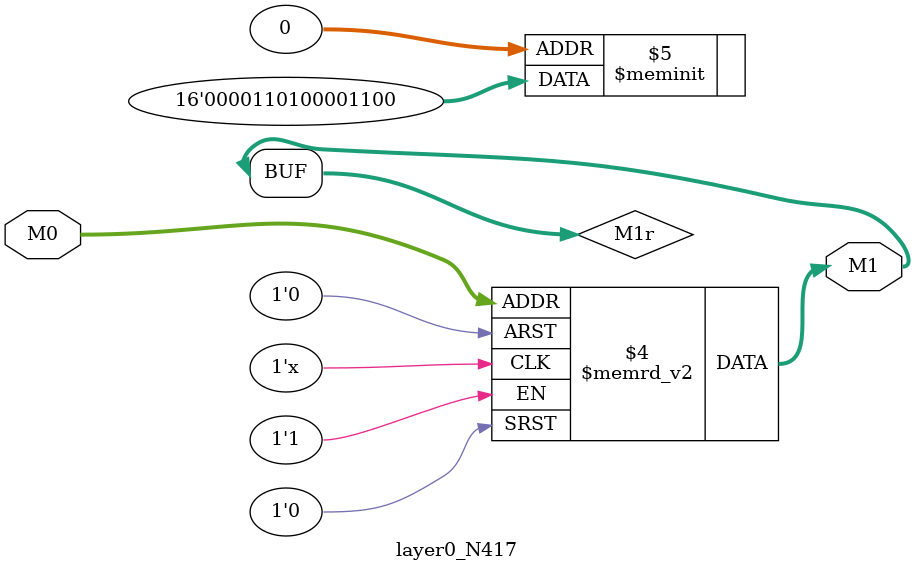
<source format=v>
module layer0_N417 ( input [2:0] M0, output [1:0] M1 );

	(*rom_style = "distributed" *) reg [1:0] M1r;
	assign M1 = M1r;
	always @ (M0) begin
		case (M0)
			3'b000: M1r = 2'b00;
			3'b100: M1r = 2'b01;
			3'b010: M1r = 2'b00;
			3'b110: M1r = 2'b00;
			3'b001: M1r = 2'b11;
			3'b101: M1r = 2'b11;
			3'b011: M1r = 2'b00;
			3'b111: M1r = 2'b00;

		endcase
	end
endmodule

</source>
